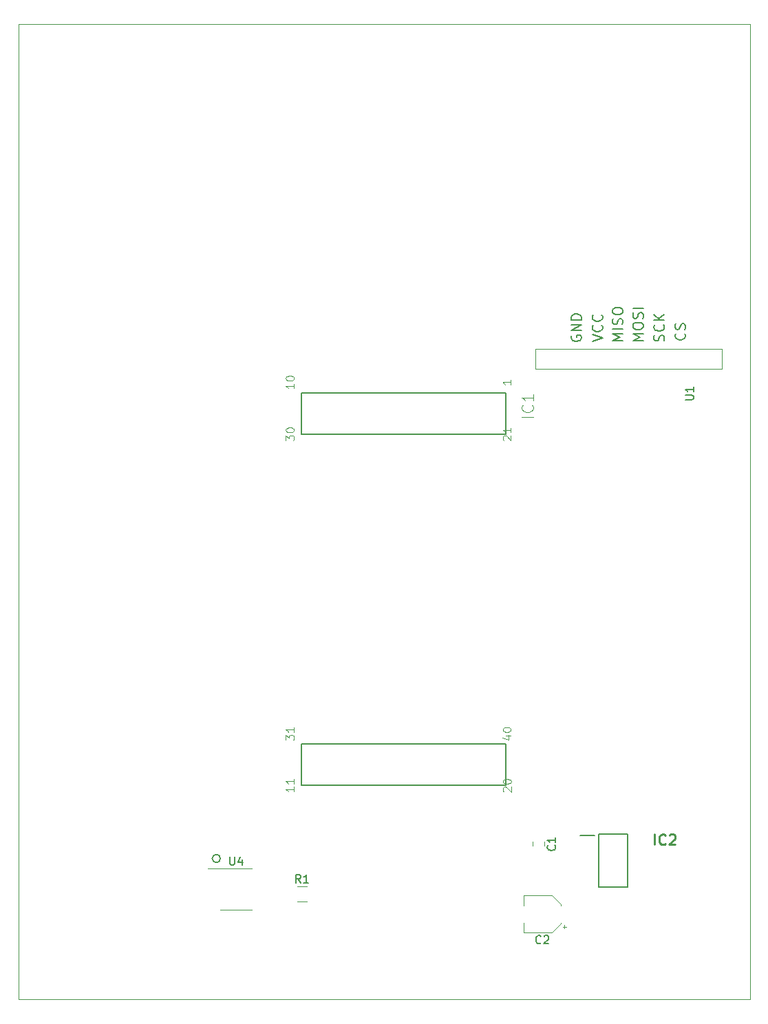
<source format=gbr>
G04 #@! TF.GenerationSoftware,KiCad,Pcbnew,(5.1.4)-1*
G04 #@! TF.CreationDate,2021-03-22T19:47:50+01:00*
G04 #@! TF.ProjectId,TFG_CANDevice,5446475f-4341-44e4-9465-766963652e6b,rev?*
G04 #@! TF.SameCoordinates,Original*
G04 #@! TF.FileFunction,Legend,Top*
G04 #@! TF.FilePolarity,Positive*
%FSLAX46Y46*%
G04 Gerber Fmt 4.6, Leading zero omitted, Abs format (unit mm)*
G04 Created by KiCad (PCBNEW (5.1.4)-1) date 2021-03-22 19:47:50*
%MOMM*%
%LPD*%
G04 APERTURE LIST*
%ADD10C,0.180000*%
%ADD11C,0.050000*%
%ADD12C,0.120000*%
%ADD13C,0.200000*%
%ADD14C,0.152400*%
%ADD15C,0.150000*%
%ADD16C,0.254000*%
%ADD17C,0.015000*%
G04 APERTURE END LIST*
D10*
X157530000Y-144670000D02*
G75*
G03X157530000Y-144670000I-500000J0D01*
G01*
D11*
X222680000Y-42020000D02*
X222680000Y-162000000D01*
X132690000Y-42020000D02*
X222680000Y-42020000D01*
X132690000Y-162000000D02*
X132690000Y-42020000D01*
X222680000Y-162000000D02*
X132690000Y-162000000D01*
D12*
X159470000Y-145850000D02*
X156020000Y-145850000D01*
X159470000Y-145850000D02*
X161420000Y-145850000D01*
X159470000Y-150970000D02*
X157520000Y-150970000D01*
X159470000Y-150970000D02*
X161420000Y-150970000D01*
X196270000Y-84460000D02*
X196270000Y-81960000D01*
X196270000Y-81960000D02*
X219270000Y-81960000D01*
X219270000Y-81960000D02*
X219270000Y-84460000D01*
X219270000Y-84460000D02*
X196270000Y-84460000D01*
X166967936Y-149930000D02*
X168172064Y-149930000D01*
X166967936Y-148110000D02*
X168172064Y-148110000D01*
D13*
X204100000Y-141670000D02*
X207600000Y-141670000D01*
X207600000Y-141670000D02*
X207600000Y-148170000D01*
X207600000Y-148170000D02*
X204100000Y-148170000D01*
X204100000Y-148170000D02*
X204100000Y-141670000D01*
X201825000Y-141795000D02*
X203575000Y-141795000D01*
D14*
X167537000Y-92440000D02*
X192683000Y-92440000D01*
X192683000Y-87360000D02*
X192683000Y-92440000D01*
X167537000Y-87360000D02*
X167537000Y-92440000D01*
X167537000Y-87360000D02*
X192683000Y-87360000D01*
X192683000Y-130540000D02*
X192683000Y-135620000D01*
X167537000Y-130540000D02*
X192683000Y-130540000D01*
X167537000Y-130540000D02*
X167537000Y-135620000D01*
X167537000Y-135620000D02*
X192683000Y-135620000D01*
D12*
X199880000Y-153300000D02*
X199880000Y-152800000D01*
X200130000Y-153050000D02*
X199630000Y-153050000D01*
X199390000Y-150294437D02*
X198325563Y-149230000D01*
X199390000Y-152685563D02*
X198325563Y-153750000D01*
X199390000Y-152685563D02*
X199390000Y-152550000D01*
X199390000Y-150294437D02*
X199390000Y-150430000D01*
X198325563Y-149230000D02*
X194870000Y-149230000D01*
X198325563Y-153750000D02*
X194870000Y-153750000D01*
X194870000Y-153750000D02*
X194870000Y-152550000D01*
X194870000Y-149230000D02*
X194870000Y-150430000D01*
X195950000Y-142621422D02*
X195950000Y-143138578D01*
X197370000Y-142621422D02*
X197370000Y-143138578D01*
D15*
X158708095Y-144462380D02*
X158708095Y-145271904D01*
X158755714Y-145367142D01*
X158803333Y-145414761D01*
X158898571Y-145462380D01*
X159089047Y-145462380D01*
X159184285Y-145414761D01*
X159231904Y-145367142D01*
X159279523Y-145271904D01*
X159279523Y-144462380D01*
X160184285Y-144795714D02*
X160184285Y-145462380D01*
X159946190Y-144414761D02*
X159708095Y-145129047D01*
X160327142Y-145129047D01*
X214722380Y-88221904D02*
X215531904Y-88221904D01*
X215627142Y-88174285D01*
X215674761Y-88126666D01*
X215722380Y-88031428D01*
X215722380Y-87840952D01*
X215674761Y-87745714D01*
X215627142Y-87698095D01*
X215531904Y-87650476D01*
X214722380Y-87650476D01*
X215722380Y-86650476D02*
X215722380Y-87221904D01*
X215722380Y-86936190D02*
X214722380Y-86936190D01*
X214865238Y-87031428D01*
X214960476Y-87126666D01*
X215008095Y-87221904D01*
X200735000Y-80327619D02*
X200674523Y-80448571D01*
X200674523Y-80630000D01*
X200735000Y-80811428D01*
X200855952Y-80932380D01*
X200976904Y-80992857D01*
X201218809Y-81053333D01*
X201400238Y-81053333D01*
X201642142Y-80992857D01*
X201763095Y-80932380D01*
X201884047Y-80811428D01*
X201944523Y-80630000D01*
X201944523Y-80509047D01*
X201884047Y-80327619D01*
X201823571Y-80267142D01*
X201400238Y-80267142D01*
X201400238Y-80509047D01*
X201944523Y-79722857D02*
X200674523Y-79722857D01*
X201944523Y-78997142D01*
X200674523Y-78997142D01*
X201944523Y-78392380D02*
X200674523Y-78392380D01*
X200674523Y-78090000D01*
X200735000Y-77908571D01*
X200855952Y-77787619D01*
X200976904Y-77727142D01*
X201218809Y-77666666D01*
X201400238Y-77666666D01*
X201642142Y-77727142D01*
X201763095Y-77787619D01*
X201884047Y-77908571D01*
X201944523Y-78090000D01*
X201944523Y-78392380D01*
X203274523Y-81053333D02*
X204544523Y-80630000D01*
X203274523Y-80206666D01*
X204423571Y-79057619D02*
X204484047Y-79118095D01*
X204544523Y-79299523D01*
X204544523Y-79420476D01*
X204484047Y-79601904D01*
X204363095Y-79722857D01*
X204242142Y-79783333D01*
X204000238Y-79843809D01*
X203818809Y-79843809D01*
X203576904Y-79783333D01*
X203455952Y-79722857D01*
X203335000Y-79601904D01*
X203274523Y-79420476D01*
X203274523Y-79299523D01*
X203335000Y-79118095D01*
X203395476Y-79057619D01*
X204423571Y-77787619D02*
X204484047Y-77848095D01*
X204544523Y-78029523D01*
X204544523Y-78150476D01*
X204484047Y-78331904D01*
X204363095Y-78452857D01*
X204242142Y-78513333D01*
X204000238Y-78573809D01*
X203818809Y-78573809D01*
X203576904Y-78513333D01*
X203455952Y-78452857D01*
X203335000Y-78331904D01*
X203274523Y-78150476D01*
X203274523Y-78029523D01*
X203335000Y-77848095D01*
X203395476Y-77787619D01*
X207044523Y-80955714D02*
X205774523Y-80955714D01*
X206681666Y-80532380D01*
X205774523Y-80109047D01*
X207044523Y-80109047D01*
X207044523Y-79504285D02*
X205774523Y-79504285D01*
X206984047Y-78960000D02*
X207044523Y-78778571D01*
X207044523Y-78476190D01*
X206984047Y-78355238D01*
X206923571Y-78294761D01*
X206802619Y-78234285D01*
X206681666Y-78234285D01*
X206560714Y-78294761D01*
X206500238Y-78355238D01*
X206439761Y-78476190D01*
X206379285Y-78718095D01*
X206318809Y-78839047D01*
X206258333Y-78899523D01*
X206137380Y-78960000D01*
X206016428Y-78960000D01*
X205895476Y-78899523D01*
X205835000Y-78839047D01*
X205774523Y-78718095D01*
X205774523Y-78415714D01*
X205835000Y-78234285D01*
X205774523Y-77448095D02*
X205774523Y-77206190D01*
X205835000Y-77085238D01*
X205955952Y-76964285D01*
X206197857Y-76903809D01*
X206621190Y-76903809D01*
X206863095Y-76964285D01*
X206984047Y-77085238D01*
X207044523Y-77206190D01*
X207044523Y-77448095D01*
X206984047Y-77569047D01*
X206863095Y-77690000D01*
X206621190Y-77750476D01*
X206197857Y-77750476D01*
X205955952Y-77690000D01*
X205835000Y-77569047D01*
X205774523Y-77448095D01*
X209544523Y-80955714D02*
X208274523Y-80955714D01*
X209181666Y-80532380D01*
X208274523Y-80109047D01*
X209544523Y-80109047D01*
X208274523Y-79262380D02*
X208274523Y-79020476D01*
X208335000Y-78899523D01*
X208455952Y-78778571D01*
X208697857Y-78718095D01*
X209121190Y-78718095D01*
X209363095Y-78778571D01*
X209484047Y-78899523D01*
X209544523Y-79020476D01*
X209544523Y-79262380D01*
X209484047Y-79383333D01*
X209363095Y-79504285D01*
X209121190Y-79564761D01*
X208697857Y-79564761D01*
X208455952Y-79504285D01*
X208335000Y-79383333D01*
X208274523Y-79262380D01*
X209484047Y-78234285D02*
X209544523Y-78052857D01*
X209544523Y-77750476D01*
X209484047Y-77629523D01*
X209423571Y-77569047D01*
X209302619Y-77508571D01*
X209181666Y-77508571D01*
X209060714Y-77569047D01*
X209000238Y-77629523D01*
X208939761Y-77750476D01*
X208879285Y-77992380D01*
X208818809Y-78113333D01*
X208758333Y-78173809D01*
X208637380Y-78234285D01*
X208516428Y-78234285D01*
X208395476Y-78173809D01*
X208335000Y-78113333D01*
X208274523Y-77992380D01*
X208274523Y-77690000D01*
X208335000Y-77508571D01*
X209544523Y-76964285D02*
X208274523Y-76964285D01*
X212084047Y-80992857D02*
X212144523Y-80811428D01*
X212144523Y-80509047D01*
X212084047Y-80388095D01*
X212023571Y-80327619D01*
X211902619Y-80267142D01*
X211781666Y-80267142D01*
X211660714Y-80327619D01*
X211600238Y-80388095D01*
X211539761Y-80509047D01*
X211479285Y-80750952D01*
X211418809Y-80871904D01*
X211358333Y-80932380D01*
X211237380Y-80992857D01*
X211116428Y-80992857D01*
X210995476Y-80932380D01*
X210935000Y-80871904D01*
X210874523Y-80750952D01*
X210874523Y-80448571D01*
X210935000Y-80267142D01*
X212023571Y-78997142D02*
X212084047Y-79057619D01*
X212144523Y-79239047D01*
X212144523Y-79360000D01*
X212084047Y-79541428D01*
X211963095Y-79662380D01*
X211842142Y-79722857D01*
X211600238Y-79783333D01*
X211418809Y-79783333D01*
X211176904Y-79722857D01*
X211055952Y-79662380D01*
X210935000Y-79541428D01*
X210874523Y-79360000D01*
X210874523Y-79239047D01*
X210935000Y-79057619D01*
X210995476Y-78997142D01*
X212144523Y-78452857D02*
X210874523Y-78452857D01*
X212144523Y-77727142D02*
X211418809Y-78271428D01*
X210874523Y-77727142D02*
X211600238Y-78452857D01*
X214623571Y-80071666D02*
X214684047Y-80132142D01*
X214744523Y-80313571D01*
X214744523Y-80434523D01*
X214684047Y-80615952D01*
X214563095Y-80736904D01*
X214442142Y-80797380D01*
X214200238Y-80857857D01*
X214018809Y-80857857D01*
X213776904Y-80797380D01*
X213655952Y-80736904D01*
X213535000Y-80615952D01*
X213474523Y-80434523D01*
X213474523Y-80313571D01*
X213535000Y-80132142D01*
X213595476Y-80071666D01*
X214684047Y-79587857D02*
X214744523Y-79406428D01*
X214744523Y-79104047D01*
X214684047Y-78983095D01*
X214623571Y-78922619D01*
X214502619Y-78862142D01*
X214381666Y-78862142D01*
X214260714Y-78922619D01*
X214200238Y-78983095D01*
X214139761Y-79104047D01*
X214079285Y-79345952D01*
X214018809Y-79466904D01*
X213958333Y-79527380D01*
X213837380Y-79587857D01*
X213716428Y-79587857D01*
X213595476Y-79527380D01*
X213535000Y-79466904D01*
X213474523Y-79345952D01*
X213474523Y-79043571D01*
X213535000Y-78862142D01*
X167403333Y-147652380D02*
X167070000Y-147176190D01*
X166831904Y-147652380D02*
X166831904Y-146652380D01*
X167212857Y-146652380D01*
X167308095Y-146700000D01*
X167355714Y-146747619D01*
X167403333Y-146842857D01*
X167403333Y-146985714D01*
X167355714Y-147080952D01*
X167308095Y-147128571D01*
X167212857Y-147176190D01*
X166831904Y-147176190D01*
X168355714Y-147652380D02*
X167784285Y-147652380D01*
X168070000Y-147652380D02*
X168070000Y-146652380D01*
X167974761Y-146795238D01*
X167879523Y-146890476D01*
X167784285Y-146938095D01*
D16*
X210960238Y-142954523D02*
X210960238Y-141684523D01*
X212290714Y-142833571D02*
X212230238Y-142894047D01*
X212048809Y-142954523D01*
X211927857Y-142954523D01*
X211746428Y-142894047D01*
X211625476Y-142773095D01*
X211565000Y-142652142D01*
X211504523Y-142410238D01*
X211504523Y-142228809D01*
X211565000Y-141986904D01*
X211625476Y-141865952D01*
X211746428Y-141745000D01*
X211927857Y-141684523D01*
X212048809Y-141684523D01*
X212230238Y-141745000D01*
X212290714Y-141805476D01*
X212774523Y-141805476D02*
X212835000Y-141745000D01*
X212955952Y-141684523D01*
X213258333Y-141684523D01*
X213379285Y-141745000D01*
X213439761Y-141805476D01*
X213500238Y-141926428D01*
X213500238Y-142047380D01*
X213439761Y-142228809D01*
X212714047Y-142954523D01*
X213500238Y-142954523D01*
D17*
X196005897Y-90349815D02*
X194604054Y-90349815D01*
X195872388Y-88881218D02*
X195939142Y-88947972D01*
X196005897Y-89148236D01*
X196005897Y-89281744D01*
X195939142Y-89482008D01*
X195805633Y-89615517D01*
X195672124Y-89682271D01*
X195405107Y-89749025D01*
X195204843Y-89749025D01*
X194937826Y-89682271D01*
X194804317Y-89615517D01*
X194670808Y-89482008D01*
X194604054Y-89281744D01*
X194604054Y-89148236D01*
X194670808Y-88947972D01*
X194737562Y-88881218D01*
X196005897Y-87546129D02*
X196005897Y-88347182D01*
X196005897Y-87946656D02*
X194604054Y-87946656D01*
X194804317Y-88080165D01*
X194937826Y-88213674D01*
X195004580Y-88347182D01*
X193275593Y-85780824D02*
X193275593Y-86352775D01*
X193275593Y-86066800D02*
X192274680Y-86066800D01*
X192417668Y-86162125D01*
X192512993Y-86257450D01*
X192560656Y-86352775D01*
X166579169Y-86253281D02*
X166579169Y-86825326D01*
X166579169Y-86539304D02*
X165578090Y-86539304D01*
X165721101Y-86634645D01*
X165816442Y-86729986D01*
X165864112Y-86825326D01*
X165578090Y-85633566D02*
X165578090Y-85538225D01*
X165625760Y-85442884D01*
X165673430Y-85395214D01*
X165768771Y-85347543D01*
X165959453Y-85299873D01*
X166197805Y-85299873D01*
X166388487Y-85347543D01*
X166483828Y-85395214D01*
X166531498Y-85442884D01*
X166579169Y-85538225D01*
X166579169Y-85633566D01*
X166531498Y-85728907D01*
X166483828Y-85776577D01*
X166388487Y-85824247D01*
X166197805Y-85871918D01*
X165959453Y-85871918D01*
X165768771Y-85824247D01*
X165673430Y-85776577D01*
X165625760Y-85728907D01*
X165578090Y-85633566D01*
X166583508Y-135828214D02*
X166583508Y-136400056D01*
X166583508Y-136114135D02*
X165582784Y-136114135D01*
X165725745Y-136209442D01*
X165821052Y-136304749D01*
X165868705Y-136400056D01*
X166583508Y-134875143D02*
X166583508Y-135446985D01*
X166583508Y-135161064D02*
X165582784Y-135161064D01*
X165725745Y-135256371D01*
X165821052Y-135351678D01*
X165868705Y-135446985D01*
X192384325Y-136431010D02*
X192336612Y-136383297D01*
X192288898Y-136287870D01*
X192288898Y-136049305D01*
X192336612Y-135953878D01*
X192384325Y-135906165D01*
X192479751Y-135858452D01*
X192575177Y-135858452D01*
X192718317Y-135906165D01*
X193290874Y-136478723D01*
X193290874Y-135858452D01*
X192288898Y-135238181D02*
X192288898Y-135142755D01*
X192336612Y-135047329D01*
X192384325Y-134999616D01*
X192479751Y-134951902D01*
X192670604Y-134904189D01*
X192909169Y-134904189D01*
X193100022Y-134951902D01*
X193195448Y-134999616D01*
X193243161Y-135047329D01*
X193290874Y-135142755D01*
X193290874Y-135238181D01*
X193243161Y-135333608D01*
X193195448Y-135381321D01*
X193100022Y-135429034D01*
X192909169Y-135476747D01*
X192670604Y-135476747D01*
X192479751Y-135429034D01*
X192384325Y-135381321D01*
X192336612Y-135333608D01*
X192288898Y-135238181D01*
X192366326Y-93190096D02*
X192318677Y-93142447D01*
X192271027Y-93047147D01*
X192271027Y-92808898D01*
X192318677Y-92713598D01*
X192366326Y-92665949D01*
X192461626Y-92618299D01*
X192556926Y-92618299D01*
X192699875Y-92665949D01*
X193271673Y-93237746D01*
X193271673Y-92618299D01*
X193271673Y-91665303D02*
X193271673Y-92237100D01*
X193271673Y-91951201D02*
X192271027Y-91951201D01*
X192413976Y-92046501D01*
X192509276Y-92141801D01*
X192556926Y-92237100D01*
X165576942Y-93228366D02*
X165576942Y-92608598D01*
X165958339Y-92942319D01*
X165958339Y-92799296D01*
X166006013Y-92703947D01*
X166053688Y-92656272D01*
X166149037Y-92608598D01*
X166387409Y-92608598D01*
X166482758Y-92656272D01*
X166530433Y-92703947D01*
X166578107Y-92799296D01*
X166578107Y-93085343D01*
X166530433Y-93180692D01*
X166482758Y-93228366D01*
X165576942Y-91988829D02*
X165576942Y-91893480D01*
X165624617Y-91798131D01*
X165672292Y-91750456D01*
X165767641Y-91702782D01*
X165958339Y-91655107D01*
X166196711Y-91655107D01*
X166387409Y-91702782D01*
X166482758Y-91750456D01*
X166530433Y-91798131D01*
X166578107Y-91893480D01*
X166578107Y-91988829D01*
X166530433Y-92084178D01*
X166482758Y-92131852D01*
X166387409Y-92179527D01*
X166196711Y-92227201D01*
X165958339Y-92227201D01*
X165767641Y-92179527D01*
X165672292Y-92131852D01*
X165624617Y-92084178D01*
X165576942Y-91988829D01*
X165583514Y-130091965D02*
X165583514Y-129472503D01*
X165964721Y-129806059D01*
X165964721Y-129663107D01*
X166012372Y-129567805D01*
X166060023Y-129520154D01*
X166155325Y-129472503D01*
X166393579Y-129472503D01*
X166488881Y-129520154D01*
X166536532Y-129567805D01*
X166584183Y-129663107D01*
X166584183Y-129949012D01*
X166536532Y-130044314D01*
X166488881Y-130091965D01*
X166584183Y-128519485D02*
X166584183Y-129091296D01*
X166584183Y-128805390D02*
X165583514Y-128805390D01*
X165726467Y-128900692D01*
X165821769Y-128995994D01*
X165869420Y-129091296D01*
X192606842Y-129570243D02*
X193274044Y-129570243D01*
X192225583Y-129808530D02*
X192940443Y-130046816D01*
X192940443Y-129427271D01*
X192273241Y-128855384D02*
X192273241Y-128760069D01*
X192320898Y-128664755D01*
X192368555Y-128617098D01*
X192463870Y-128569440D01*
X192654499Y-128521783D01*
X192892785Y-128521783D01*
X193083415Y-128569440D01*
X193178729Y-128617098D01*
X193226386Y-128664755D01*
X193274044Y-128760069D01*
X193274044Y-128855384D01*
X193226386Y-128950699D01*
X193178729Y-128998356D01*
X193083415Y-129046013D01*
X192892785Y-129093670D01*
X192654499Y-129093670D01*
X192463870Y-129046013D01*
X192368555Y-128998356D01*
X192320898Y-128950699D01*
X192273241Y-128855384D01*
D15*
X196963333Y-155047142D02*
X196915714Y-155094761D01*
X196772857Y-155142380D01*
X196677619Y-155142380D01*
X196534761Y-155094761D01*
X196439523Y-154999523D01*
X196391904Y-154904285D01*
X196344285Y-154713809D01*
X196344285Y-154570952D01*
X196391904Y-154380476D01*
X196439523Y-154285238D01*
X196534761Y-154190000D01*
X196677619Y-154142380D01*
X196772857Y-154142380D01*
X196915714Y-154190000D01*
X196963333Y-154237619D01*
X197344285Y-154237619D02*
X197391904Y-154190000D01*
X197487142Y-154142380D01*
X197725238Y-154142380D01*
X197820476Y-154190000D01*
X197868095Y-154237619D01*
X197915714Y-154332857D01*
X197915714Y-154428095D01*
X197868095Y-154570952D01*
X197296666Y-155142380D01*
X197915714Y-155142380D01*
X198667142Y-143046666D02*
X198714761Y-143094285D01*
X198762380Y-143237142D01*
X198762380Y-143332380D01*
X198714761Y-143475238D01*
X198619523Y-143570476D01*
X198524285Y-143618095D01*
X198333809Y-143665714D01*
X198190952Y-143665714D01*
X198000476Y-143618095D01*
X197905238Y-143570476D01*
X197810000Y-143475238D01*
X197762380Y-143332380D01*
X197762380Y-143237142D01*
X197810000Y-143094285D01*
X197857619Y-143046666D01*
X198762380Y-142094285D02*
X198762380Y-142665714D01*
X198762380Y-142380000D02*
X197762380Y-142380000D01*
X197905238Y-142475238D01*
X198000476Y-142570476D01*
X198048095Y-142665714D01*
M02*

</source>
